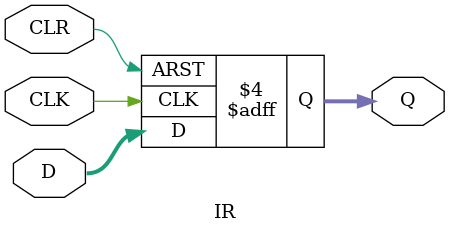
<source format=v>

module IR #(parameter N = 4)
(
	input [N-1:0] D, 		
	input CLK, CLR,		 
	output reg [N-1:0] Q
); 		//declare N-bit data output


		always @ (negedge CLK, negedge CLR) 		
			begin
				if (CLR==1'b0) Q <= 0; 		
				else if (CLK==1'b0) Q <= D;
			end
endmodule

</source>
